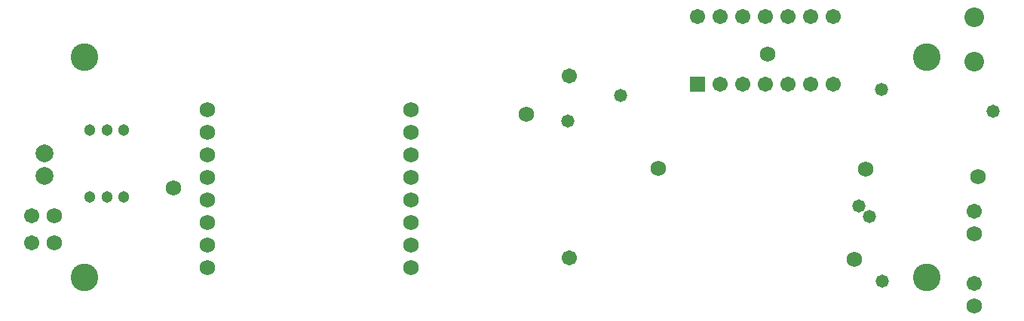
<source format=gbs>
G04*
G04 #@! TF.GenerationSoftware,Altium Limited,Altium Designer,21.5.1 (32)*
G04*
G04 Layer_Color=16711935*
%FSLAX25Y25*%
%MOIN*%
G70*
G04*
G04 #@! TF.SameCoordinates,6B47F07E-1737-4CAB-AE6A-8125E67B32FB*
G04*
G04*
G04 #@! TF.FilePolarity,Negative*
G04*
G01*
G75*
%ADD30C,0.06706*%
%ADD31C,0.06800*%
%ADD32C,0.05131*%
%ADD33C,0.08674*%
%ADD34R,0.06706X0.06706*%
%ADD35C,0.07874*%
%ADD36C,0.12217*%
%ADD37C,0.05800*%
D30*
X16913Y55245D02*
D03*
Y43434D02*
D03*
X254331Y36614D02*
D03*
Y117323D02*
D03*
X433366Y57441D02*
D03*
X321240Y113740D02*
D03*
X331240D02*
D03*
X341240D02*
D03*
X351240D02*
D03*
X361240D02*
D03*
X371240D02*
D03*
X311240Y143740D02*
D03*
X321240D02*
D03*
X331240D02*
D03*
X341240D02*
D03*
X351240D02*
D03*
X361240D02*
D03*
X371240D02*
D03*
X433366Y25492D02*
D03*
D31*
X235433Y100394D02*
D03*
X79528Y67716D02*
D03*
X26913Y43434D02*
D03*
Y55245D02*
D03*
X293791Y76272D02*
D03*
X380421Y35917D02*
D03*
X433366Y47441D02*
D03*
Y15492D02*
D03*
X342126Y126870D02*
D03*
X385531Y75984D02*
D03*
X435039Y72835D02*
D03*
X94488Y102362D02*
D03*
Y92362D02*
D03*
Y82362D02*
D03*
Y72362D02*
D03*
Y62362D02*
D03*
Y52362D02*
D03*
Y42362D02*
D03*
Y32362D02*
D03*
X184488Y102362D02*
D03*
Y92362D02*
D03*
Y82362D02*
D03*
Y72362D02*
D03*
Y62362D02*
D03*
Y52362D02*
D03*
Y42362D02*
D03*
Y32362D02*
D03*
D32*
X57500Y63779D02*
D03*
X42500D02*
D03*
X50000D02*
D03*
Y93307D02*
D03*
X57500D02*
D03*
X42500D02*
D03*
D33*
X433563Y143425D02*
D03*
Y123622D02*
D03*
D34*
X311240Y113740D02*
D03*
D35*
X22441Y72953D02*
D03*
Y82953D02*
D03*
D36*
X412598Y27953D02*
D03*
Y125591D02*
D03*
X40157D02*
D03*
Y27953D02*
D03*
D37*
X392309Y111457D02*
D03*
X392618Y26378D02*
D03*
X277264Y108760D02*
D03*
X441823Y101575D02*
D03*
X253740Y97342D02*
D03*
X382283Y59842D02*
D03*
X387274Y55135D02*
D03*
M02*

</source>
